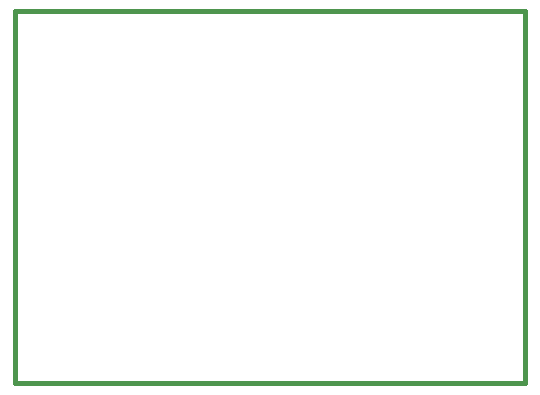
<source format=gko>
G04 (created by PCBNEW (2013-04-19 BZR 4011)-stable) date 7/15/2013 11:46:01 PM*
%MOIN*%
G04 Gerber Fmt 3.4, Leading zero omitted, Abs format*
%FSLAX34Y34*%
G01*
G70*
G90*
G04 APERTURE LIST*
%ADD10C,0.000787402*%
%ADD11C,0.015*%
G04 APERTURE END LIST*
G54D10*
G54D11*
X62200Y-48800D02*
X45200Y-48800D01*
X62200Y-36400D02*
X45200Y-36400D01*
X45200Y-48800D02*
X45200Y-36400D01*
X62200Y-36400D02*
X62200Y-48800D01*
M02*

</source>
